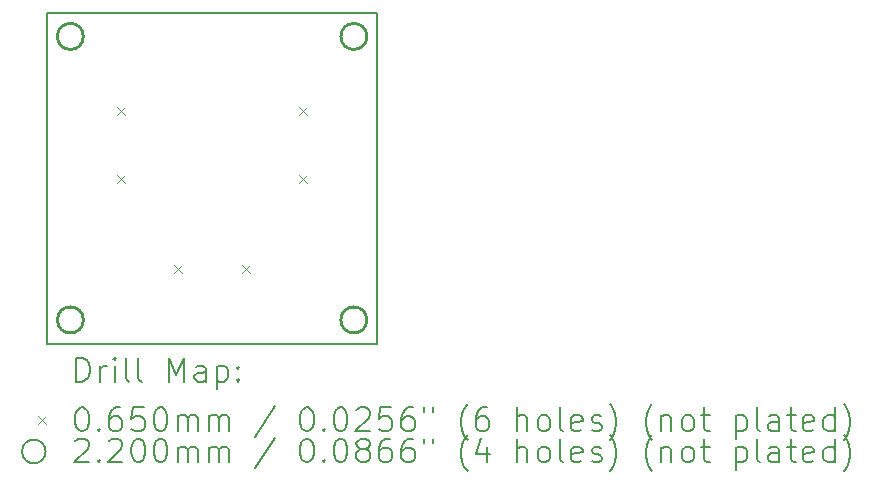
<source format=gbr>
%TF.GenerationSoftware,KiCad,Pcbnew,8.0.7*%
%TF.CreationDate,2024-12-28T17:49:15+01:00*%
%TF.ProjectId,usb-c-power-meter,7573622d-632d-4706-9f77-65722d6d6574,rev?*%
%TF.SameCoordinates,Original*%
%TF.FileFunction,Drillmap*%
%TF.FilePolarity,Positive*%
%FSLAX45Y45*%
G04 Gerber Fmt 4.5, Leading zero omitted, Abs format (unit mm)*
G04 Created by KiCad (PCBNEW 8.0.7) date 2024-12-28 17:49:15*
%MOMM*%
%LPD*%
G01*
G04 APERTURE LIST*
%ADD10C,0.200000*%
%ADD11C,0.100000*%
%ADD12C,0.220000*%
G04 APERTURE END LIST*
D10*
X14020000Y-9620000D02*
X16820000Y-9620000D01*
X16820000Y-12420000D01*
X14020000Y-12420000D01*
X14020000Y-9620000D01*
D11*
X14618000Y-10418500D02*
X14683000Y-10483500D01*
X14683000Y-10418500D02*
X14618000Y-10483500D01*
X14618000Y-10996500D02*
X14683000Y-11061500D01*
X14683000Y-10996500D02*
X14618000Y-11061500D01*
X15098500Y-11757000D02*
X15163500Y-11822000D01*
X15163500Y-11757000D02*
X15098500Y-11822000D01*
X15676500Y-11757000D02*
X15741500Y-11822000D01*
X15741500Y-11757000D02*
X15676500Y-11822000D01*
X16154500Y-10418500D02*
X16219500Y-10483500D01*
X16219500Y-10418500D02*
X16154500Y-10483500D01*
X16154500Y-10996500D02*
X16219500Y-11061500D01*
X16219500Y-10996500D02*
X16154500Y-11061500D01*
D12*
X14330000Y-9820000D02*
G75*
G02*
X14110000Y-9820000I-110000J0D01*
G01*
X14110000Y-9820000D02*
G75*
G02*
X14330000Y-9820000I110000J0D01*
G01*
X14330000Y-12220000D02*
G75*
G02*
X14110000Y-12220000I-110000J0D01*
G01*
X14110000Y-12220000D02*
G75*
G02*
X14330000Y-12220000I110000J0D01*
G01*
X16730000Y-9820000D02*
G75*
G02*
X16510000Y-9820000I-110000J0D01*
G01*
X16510000Y-9820000D02*
G75*
G02*
X16730000Y-9820000I110000J0D01*
G01*
X16730000Y-12220000D02*
G75*
G02*
X16510000Y-12220000I-110000J0D01*
G01*
X16510000Y-12220000D02*
G75*
G02*
X16730000Y-12220000I110000J0D01*
G01*
D10*
X14270777Y-12741484D02*
X14270777Y-12541484D01*
X14270777Y-12541484D02*
X14318396Y-12541484D01*
X14318396Y-12541484D02*
X14346967Y-12551008D01*
X14346967Y-12551008D02*
X14366015Y-12570055D01*
X14366015Y-12570055D02*
X14375539Y-12589103D01*
X14375539Y-12589103D02*
X14385062Y-12627198D01*
X14385062Y-12627198D02*
X14385062Y-12655769D01*
X14385062Y-12655769D02*
X14375539Y-12693865D01*
X14375539Y-12693865D02*
X14366015Y-12712912D01*
X14366015Y-12712912D02*
X14346967Y-12731960D01*
X14346967Y-12731960D02*
X14318396Y-12741484D01*
X14318396Y-12741484D02*
X14270777Y-12741484D01*
X14470777Y-12741484D02*
X14470777Y-12608150D01*
X14470777Y-12646246D02*
X14480301Y-12627198D01*
X14480301Y-12627198D02*
X14489824Y-12617674D01*
X14489824Y-12617674D02*
X14508872Y-12608150D01*
X14508872Y-12608150D02*
X14527920Y-12608150D01*
X14594586Y-12741484D02*
X14594586Y-12608150D01*
X14594586Y-12541484D02*
X14585062Y-12551008D01*
X14585062Y-12551008D02*
X14594586Y-12560531D01*
X14594586Y-12560531D02*
X14604110Y-12551008D01*
X14604110Y-12551008D02*
X14594586Y-12541484D01*
X14594586Y-12541484D02*
X14594586Y-12560531D01*
X14718396Y-12741484D02*
X14699348Y-12731960D01*
X14699348Y-12731960D02*
X14689824Y-12712912D01*
X14689824Y-12712912D02*
X14689824Y-12541484D01*
X14823158Y-12741484D02*
X14804110Y-12731960D01*
X14804110Y-12731960D02*
X14794586Y-12712912D01*
X14794586Y-12712912D02*
X14794586Y-12541484D01*
X15051729Y-12741484D02*
X15051729Y-12541484D01*
X15051729Y-12541484D02*
X15118396Y-12684341D01*
X15118396Y-12684341D02*
X15185062Y-12541484D01*
X15185062Y-12541484D02*
X15185062Y-12741484D01*
X15366015Y-12741484D02*
X15366015Y-12636722D01*
X15366015Y-12636722D02*
X15356491Y-12617674D01*
X15356491Y-12617674D02*
X15337443Y-12608150D01*
X15337443Y-12608150D02*
X15299348Y-12608150D01*
X15299348Y-12608150D02*
X15280301Y-12617674D01*
X15366015Y-12731960D02*
X15346967Y-12741484D01*
X15346967Y-12741484D02*
X15299348Y-12741484D01*
X15299348Y-12741484D02*
X15280301Y-12731960D01*
X15280301Y-12731960D02*
X15270777Y-12712912D01*
X15270777Y-12712912D02*
X15270777Y-12693865D01*
X15270777Y-12693865D02*
X15280301Y-12674817D01*
X15280301Y-12674817D02*
X15299348Y-12665293D01*
X15299348Y-12665293D02*
X15346967Y-12665293D01*
X15346967Y-12665293D02*
X15366015Y-12655769D01*
X15461253Y-12608150D02*
X15461253Y-12808150D01*
X15461253Y-12617674D02*
X15480301Y-12608150D01*
X15480301Y-12608150D02*
X15518396Y-12608150D01*
X15518396Y-12608150D02*
X15537443Y-12617674D01*
X15537443Y-12617674D02*
X15546967Y-12627198D01*
X15546967Y-12627198D02*
X15556491Y-12646246D01*
X15556491Y-12646246D02*
X15556491Y-12703388D01*
X15556491Y-12703388D02*
X15546967Y-12722436D01*
X15546967Y-12722436D02*
X15537443Y-12731960D01*
X15537443Y-12731960D02*
X15518396Y-12741484D01*
X15518396Y-12741484D02*
X15480301Y-12741484D01*
X15480301Y-12741484D02*
X15461253Y-12731960D01*
X15642205Y-12722436D02*
X15651729Y-12731960D01*
X15651729Y-12731960D02*
X15642205Y-12741484D01*
X15642205Y-12741484D02*
X15632682Y-12731960D01*
X15632682Y-12731960D02*
X15642205Y-12722436D01*
X15642205Y-12722436D02*
X15642205Y-12741484D01*
X15642205Y-12617674D02*
X15651729Y-12627198D01*
X15651729Y-12627198D02*
X15642205Y-12636722D01*
X15642205Y-12636722D02*
X15632682Y-12627198D01*
X15632682Y-12627198D02*
X15642205Y-12617674D01*
X15642205Y-12617674D02*
X15642205Y-12636722D01*
D11*
X13945000Y-13037500D02*
X14010000Y-13102500D01*
X14010000Y-13037500D02*
X13945000Y-13102500D01*
D10*
X14308872Y-12961484D02*
X14327920Y-12961484D01*
X14327920Y-12961484D02*
X14346967Y-12971008D01*
X14346967Y-12971008D02*
X14356491Y-12980531D01*
X14356491Y-12980531D02*
X14366015Y-12999579D01*
X14366015Y-12999579D02*
X14375539Y-13037674D01*
X14375539Y-13037674D02*
X14375539Y-13085293D01*
X14375539Y-13085293D02*
X14366015Y-13123388D01*
X14366015Y-13123388D02*
X14356491Y-13142436D01*
X14356491Y-13142436D02*
X14346967Y-13151960D01*
X14346967Y-13151960D02*
X14327920Y-13161484D01*
X14327920Y-13161484D02*
X14308872Y-13161484D01*
X14308872Y-13161484D02*
X14289824Y-13151960D01*
X14289824Y-13151960D02*
X14280301Y-13142436D01*
X14280301Y-13142436D02*
X14270777Y-13123388D01*
X14270777Y-13123388D02*
X14261253Y-13085293D01*
X14261253Y-13085293D02*
X14261253Y-13037674D01*
X14261253Y-13037674D02*
X14270777Y-12999579D01*
X14270777Y-12999579D02*
X14280301Y-12980531D01*
X14280301Y-12980531D02*
X14289824Y-12971008D01*
X14289824Y-12971008D02*
X14308872Y-12961484D01*
X14461253Y-13142436D02*
X14470777Y-13151960D01*
X14470777Y-13151960D02*
X14461253Y-13161484D01*
X14461253Y-13161484D02*
X14451729Y-13151960D01*
X14451729Y-13151960D02*
X14461253Y-13142436D01*
X14461253Y-13142436D02*
X14461253Y-13161484D01*
X14642205Y-12961484D02*
X14604110Y-12961484D01*
X14604110Y-12961484D02*
X14585062Y-12971008D01*
X14585062Y-12971008D02*
X14575539Y-12980531D01*
X14575539Y-12980531D02*
X14556491Y-13009103D01*
X14556491Y-13009103D02*
X14546967Y-13047198D01*
X14546967Y-13047198D02*
X14546967Y-13123388D01*
X14546967Y-13123388D02*
X14556491Y-13142436D01*
X14556491Y-13142436D02*
X14566015Y-13151960D01*
X14566015Y-13151960D02*
X14585062Y-13161484D01*
X14585062Y-13161484D02*
X14623158Y-13161484D01*
X14623158Y-13161484D02*
X14642205Y-13151960D01*
X14642205Y-13151960D02*
X14651729Y-13142436D01*
X14651729Y-13142436D02*
X14661253Y-13123388D01*
X14661253Y-13123388D02*
X14661253Y-13075769D01*
X14661253Y-13075769D02*
X14651729Y-13056722D01*
X14651729Y-13056722D02*
X14642205Y-13047198D01*
X14642205Y-13047198D02*
X14623158Y-13037674D01*
X14623158Y-13037674D02*
X14585062Y-13037674D01*
X14585062Y-13037674D02*
X14566015Y-13047198D01*
X14566015Y-13047198D02*
X14556491Y-13056722D01*
X14556491Y-13056722D02*
X14546967Y-13075769D01*
X14842205Y-12961484D02*
X14746967Y-12961484D01*
X14746967Y-12961484D02*
X14737443Y-13056722D01*
X14737443Y-13056722D02*
X14746967Y-13047198D01*
X14746967Y-13047198D02*
X14766015Y-13037674D01*
X14766015Y-13037674D02*
X14813634Y-13037674D01*
X14813634Y-13037674D02*
X14832682Y-13047198D01*
X14832682Y-13047198D02*
X14842205Y-13056722D01*
X14842205Y-13056722D02*
X14851729Y-13075769D01*
X14851729Y-13075769D02*
X14851729Y-13123388D01*
X14851729Y-13123388D02*
X14842205Y-13142436D01*
X14842205Y-13142436D02*
X14832682Y-13151960D01*
X14832682Y-13151960D02*
X14813634Y-13161484D01*
X14813634Y-13161484D02*
X14766015Y-13161484D01*
X14766015Y-13161484D02*
X14746967Y-13151960D01*
X14746967Y-13151960D02*
X14737443Y-13142436D01*
X14975539Y-12961484D02*
X14994586Y-12961484D01*
X14994586Y-12961484D02*
X15013634Y-12971008D01*
X15013634Y-12971008D02*
X15023158Y-12980531D01*
X15023158Y-12980531D02*
X15032682Y-12999579D01*
X15032682Y-12999579D02*
X15042205Y-13037674D01*
X15042205Y-13037674D02*
X15042205Y-13085293D01*
X15042205Y-13085293D02*
X15032682Y-13123388D01*
X15032682Y-13123388D02*
X15023158Y-13142436D01*
X15023158Y-13142436D02*
X15013634Y-13151960D01*
X15013634Y-13151960D02*
X14994586Y-13161484D01*
X14994586Y-13161484D02*
X14975539Y-13161484D01*
X14975539Y-13161484D02*
X14956491Y-13151960D01*
X14956491Y-13151960D02*
X14946967Y-13142436D01*
X14946967Y-13142436D02*
X14937443Y-13123388D01*
X14937443Y-13123388D02*
X14927920Y-13085293D01*
X14927920Y-13085293D02*
X14927920Y-13037674D01*
X14927920Y-13037674D02*
X14937443Y-12999579D01*
X14937443Y-12999579D02*
X14946967Y-12980531D01*
X14946967Y-12980531D02*
X14956491Y-12971008D01*
X14956491Y-12971008D02*
X14975539Y-12961484D01*
X15127920Y-13161484D02*
X15127920Y-13028150D01*
X15127920Y-13047198D02*
X15137443Y-13037674D01*
X15137443Y-13037674D02*
X15156491Y-13028150D01*
X15156491Y-13028150D02*
X15185063Y-13028150D01*
X15185063Y-13028150D02*
X15204110Y-13037674D01*
X15204110Y-13037674D02*
X15213634Y-13056722D01*
X15213634Y-13056722D02*
X15213634Y-13161484D01*
X15213634Y-13056722D02*
X15223158Y-13037674D01*
X15223158Y-13037674D02*
X15242205Y-13028150D01*
X15242205Y-13028150D02*
X15270777Y-13028150D01*
X15270777Y-13028150D02*
X15289824Y-13037674D01*
X15289824Y-13037674D02*
X15299348Y-13056722D01*
X15299348Y-13056722D02*
X15299348Y-13161484D01*
X15394586Y-13161484D02*
X15394586Y-13028150D01*
X15394586Y-13047198D02*
X15404110Y-13037674D01*
X15404110Y-13037674D02*
X15423158Y-13028150D01*
X15423158Y-13028150D02*
X15451729Y-13028150D01*
X15451729Y-13028150D02*
X15470777Y-13037674D01*
X15470777Y-13037674D02*
X15480301Y-13056722D01*
X15480301Y-13056722D02*
X15480301Y-13161484D01*
X15480301Y-13056722D02*
X15489824Y-13037674D01*
X15489824Y-13037674D02*
X15508872Y-13028150D01*
X15508872Y-13028150D02*
X15537443Y-13028150D01*
X15537443Y-13028150D02*
X15556491Y-13037674D01*
X15556491Y-13037674D02*
X15566015Y-13056722D01*
X15566015Y-13056722D02*
X15566015Y-13161484D01*
X15956491Y-12951960D02*
X15785063Y-13209103D01*
X16213634Y-12961484D02*
X16232682Y-12961484D01*
X16232682Y-12961484D02*
X16251729Y-12971008D01*
X16251729Y-12971008D02*
X16261253Y-12980531D01*
X16261253Y-12980531D02*
X16270777Y-12999579D01*
X16270777Y-12999579D02*
X16280301Y-13037674D01*
X16280301Y-13037674D02*
X16280301Y-13085293D01*
X16280301Y-13085293D02*
X16270777Y-13123388D01*
X16270777Y-13123388D02*
X16261253Y-13142436D01*
X16261253Y-13142436D02*
X16251729Y-13151960D01*
X16251729Y-13151960D02*
X16232682Y-13161484D01*
X16232682Y-13161484D02*
X16213634Y-13161484D01*
X16213634Y-13161484D02*
X16194586Y-13151960D01*
X16194586Y-13151960D02*
X16185063Y-13142436D01*
X16185063Y-13142436D02*
X16175539Y-13123388D01*
X16175539Y-13123388D02*
X16166015Y-13085293D01*
X16166015Y-13085293D02*
X16166015Y-13037674D01*
X16166015Y-13037674D02*
X16175539Y-12999579D01*
X16175539Y-12999579D02*
X16185063Y-12980531D01*
X16185063Y-12980531D02*
X16194586Y-12971008D01*
X16194586Y-12971008D02*
X16213634Y-12961484D01*
X16366015Y-13142436D02*
X16375539Y-13151960D01*
X16375539Y-13151960D02*
X16366015Y-13161484D01*
X16366015Y-13161484D02*
X16356491Y-13151960D01*
X16356491Y-13151960D02*
X16366015Y-13142436D01*
X16366015Y-13142436D02*
X16366015Y-13161484D01*
X16499348Y-12961484D02*
X16518396Y-12961484D01*
X16518396Y-12961484D02*
X16537444Y-12971008D01*
X16537444Y-12971008D02*
X16546967Y-12980531D01*
X16546967Y-12980531D02*
X16556491Y-12999579D01*
X16556491Y-12999579D02*
X16566015Y-13037674D01*
X16566015Y-13037674D02*
X16566015Y-13085293D01*
X16566015Y-13085293D02*
X16556491Y-13123388D01*
X16556491Y-13123388D02*
X16546967Y-13142436D01*
X16546967Y-13142436D02*
X16537444Y-13151960D01*
X16537444Y-13151960D02*
X16518396Y-13161484D01*
X16518396Y-13161484D02*
X16499348Y-13161484D01*
X16499348Y-13161484D02*
X16480301Y-13151960D01*
X16480301Y-13151960D02*
X16470777Y-13142436D01*
X16470777Y-13142436D02*
X16461253Y-13123388D01*
X16461253Y-13123388D02*
X16451729Y-13085293D01*
X16451729Y-13085293D02*
X16451729Y-13037674D01*
X16451729Y-13037674D02*
X16461253Y-12999579D01*
X16461253Y-12999579D02*
X16470777Y-12980531D01*
X16470777Y-12980531D02*
X16480301Y-12971008D01*
X16480301Y-12971008D02*
X16499348Y-12961484D01*
X16642206Y-12980531D02*
X16651729Y-12971008D01*
X16651729Y-12971008D02*
X16670777Y-12961484D01*
X16670777Y-12961484D02*
X16718396Y-12961484D01*
X16718396Y-12961484D02*
X16737444Y-12971008D01*
X16737444Y-12971008D02*
X16746967Y-12980531D01*
X16746967Y-12980531D02*
X16756491Y-12999579D01*
X16756491Y-12999579D02*
X16756491Y-13018627D01*
X16756491Y-13018627D02*
X16746967Y-13047198D01*
X16746967Y-13047198D02*
X16632682Y-13161484D01*
X16632682Y-13161484D02*
X16756491Y-13161484D01*
X16937444Y-12961484D02*
X16842206Y-12961484D01*
X16842206Y-12961484D02*
X16832682Y-13056722D01*
X16832682Y-13056722D02*
X16842206Y-13047198D01*
X16842206Y-13047198D02*
X16861253Y-13037674D01*
X16861253Y-13037674D02*
X16908872Y-13037674D01*
X16908872Y-13037674D02*
X16927920Y-13047198D01*
X16927920Y-13047198D02*
X16937444Y-13056722D01*
X16937444Y-13056722D02*
X16946968Y-13075769D01*
X16946968Y-13075769D02*
X16946968Y-13123388D01*
X16946968Y-13123388D02*
X16937444Y-13142436D01*
X16937444Y-13142436D02*
X16927920Y-13151960D01*
X16927920Y-13151960D02*
X16908872Y-13161484D01*
X16908872Y-13161484D02*
X16861253Y-13161484D01*
X16861253Y-13161484D02*
X16842206Y-13151960D01*
X16842206Y-13151960D02*
X16832682Y-13142436D01*
X17118396Y-12961484D02*
X17080301Y-12961484D01*
X17080301Y-12961484D02*
X17061253Y-12971008D01*
X17061253Y-12971008D02*
X17051729Y-12980531D01*
X17051729Y-12980531D02*
X17032682Y-13009103D01*
X17032682Y-13009103D02*
X17023158Y-13047198D01*
X17023158Y-13047198D02*
X17023158Y-13123388D01*
X17023158Y-13123388D02*
X17032682Y-13142436D01*
X17032682Y-13142436D02*
X17042206Y-13151960D01*
X17042206Y-13151960D02*
X17061253Y-13161484D01*
X17061253Y-13161484D02*
X17099349Y-13161484D01*
X17099349Y-13161484D02*
X17118396Y-13151960D01*
X17118396Y-13151960D02*
X17127920Y-13142436D01*
X17127920Y-13142436D02*
X17137444Y-13123388D01*
X17137444Y-13123388D02*
X17137444Y-13075769D01*
X17137444Y-13075769D02*
X17127920Y-13056722D01*
X17127920Y-13056722D02*
X17118396Y-13047198D01*
X17118396Y-13047198D02*
X17099349Y-13037674D01*
X17099349Y-13037674D02*
X17061253Y-13037674D01*
X17061253Y-13037674D02*
X17042206Y-13047198D01*
X17042206Y-13047198D02*
X17032682Y-13056722D01*
X17032682Y-13056722D02*
X17023158Y-13075769D01*
X17213634Y-12961484D02*
X17213634Y-12999579D01*
X17289825Y-12961484D02*
X17289825Y-12999579D01*
X17585063Y-13237674D02*
X17575539Y-13228150D01*
X17575539Y-13228150D02*
X17556491Y-13199579D01*
X17556491Y-13199579D02*
X17546968Y-13180531D01*
X17546968Y-13180531D02*
X17537444Y-13151960D01*
X17537444Y-13151960D02*
X17527920Y-13104341D01*
X17527920Y-13104341D02*
X17527920Y-13066246D01*
X17527920Y-13066246D02*
X17537444Y-13018627D01*
X17537444Y-13018627D02*
X17546968Y-12990055D01*
X17546968Y-12990055D02*
X17556491Y-12971008D01*
X17556491Y-12971008D02*
X17575539Y-12942436D01*
X17575539Y-12942436D02*
X17585063Y-12932912D01*
X17746968Y-12961484D02*
X17708872Y-12961484D01*
X17708872Y-12961484D02*
X17689825Y-12971008D01*
X17689825Y-12971008D02*
X17680301Y-12980531D01*
X17680301Y-12980531D02*
X17661253Y-13009103D01*
X17661253Y-13009103D02*
X17651730Y-13047198D01*
X17651730Y-13047198D02*
X17651730Y-13123388D01*
X17651730Y-13123388D02*
X17661253Y-13142436D01*
X17661253Y-13142436D02*
X17670777Y-13151960D01*
X17670777Y-13151960D02*
X17689825Y-13161484D01*
X17689825Y-13161484D02*
X17727920Y-13161484D01*
X17727920Y-13161484D02*
X17746968Y-13151960D01*
X17746968Y-13151960D02*
X17756491Y-13142436D01*
X17756491Y-13142436D02*
X17766015Y-13123388D01*
X17766015Y-13123388D02*
X17766015Y-13075769D01*
X17766015Y-13075769D02*
X17756491Y-13056722D01*
X17756491Y-13056722D02*
X17746968Y-13047198D01*
X17746968Y-13047198D02*
X17727920Y-13037674D01*
X17727920Y-13037674D02*
X17689825Y-13037674D01*
X17689825Y-13037674D02*
X17670777Y-13047198D01*
X17670777Y-13047198D02*
X17661253Y-13056722D01*
X17661253Y-13056722D02*
X17651730Y-13075769D01*
X18004111Y-13161484D02*
X18004111Y-12961484D01*
X18089825Y-13161484D02*
X18089825Y-13056722D01*
X18089825Y-13056722D02*
X18080301Y-13037674D01*
X18080301Y-13037674D02*
X18061253Y-13028150D01*
X18061253Y-13028150D02*
X18032682Y-13028150D01*
X18032682Y-13028150D02*
X18013634Y-13037674D01*
X18013634Y-13037674D02*
X18004111Y-13047198D01*
X18213634Y-13161484D02*
X18194587Y-13151960D01*
X18194587Y-13151960D02*
X18185063Y-13142436D01*
X18185063Y-13142436D02*
X18175539Y-13123388D01*
X18175539Y-13123388D02*
X18175539Y-13066246D01*
X18175539Y-13066246D02*
X18185063Y-13047198D01*
X18185063Y-13047198D02*
X18194587Y-13037674D01*
X18194587Y-13037674D02*
X18213634Y-13028150D01*
X18213634Y-13028150D02*
X18242206Y-13028150D01*
X18242206Y-13028150D02*
X18261253Y-13037674D01*
X18261253Y-13037674D02*
X18270777Y-13047198D01*
X18270777Y-13047198D02*
X18280301Y-13066246D01*
X18280301Y-13066246D02*
X18280301Y-13123388D01*
X18280301Y-13123388D02*
X18270777Y-13142436D01*
X18270777Y-13142436D02*
X18261253Y-13151960D01*
X18261253Y-13151960D02*
X18242206Y-13161484D01*
X18242206Y-13161484D02*
X18213634Y-13161484D01*
X18394587Y-13161484D02*
X18375539Y-13151960D01*
X18375539Y-13151960D02*
X18366015Y-13132912D01*
X18366015Y-13132912D02*
X18366015Y-12961484D01*
X18546968Y-13151960D02*
X18527920Y-13161484D01*
X18527920Y-13161484D02*
X18489825Y-13161484D01*
X18489825Y-13161484D02*
X18470777Y-13151960D01*
X18470777Y-13151960D02*
X18461253Y-13132912D01*
X18461253Y-13132912D02*
X18461253Y-13056722D01*
X18461253Y-13056722D02*
X18470777Y-13037674D01*
X18470777Y-13037674D02*
X18489825Y-13028150D01*
X18489825Y-13028150D02*
X18527920Y-13028150D01*
X18527920Y-13028150D02*
X18546968Y-13037674D01*
X18546968Y-13037674D02*
X18556492Y-13056722D01*
X18556492Y-13056722D02*
X18556492Y-13075769D01*
X18556492Y-13075769D02*
X18461253Y-13094817D01*
X18632682Y-13151960D02*
X18651730Y-13161484D01*
X18651730Y-13161484D02*
X18689825Y-13161484D01*
X18689825Y-13161484D02*
X18708873Y-13151960D01*
X18708873Y-13151960D02*
X18718396Y-13132912D01*
X18718396Y-13132912D02*
X18718396Y-13123388D01*
X18718396Y-13123388D02*
X18708873Y-13104341D01*
X18708873Y-13104341D02*
X18689825Y-13094817D01*
X18689825Y-13094817D02*
X18661253Y-13094817D01*
X18661253Y-13094817D02*
X18642206Y-13085293D01*
X18642206Y-13085293D02*
X18632682Y-13066246D01*
X18632682Y-13066246D02*
X18632682Y-13056722D01*
X18632682Y-13056722D02*
X18642206Y-13037674D01*
X18642206Y-13037674D02*
X18661253Y-13028150D01*
X18661253Y-13028150D02*
X18689825Y-13028150D01*
X18689825Y-13028150D02*
X18708873Y-13037674D01*
X18785063Y-13237674D02*
X18794587Y-13228150D01*
X18794587Y-13228150D02*
X18813634Y-13199579D01*
X18813634Y-13199579D02*
X18823158Y-13180531D01*
X18823158Y-13180531D02*
X18832682Y-13151960D01*
X18832682Y-13151960D02*
X18842206Y-13104341D01*
X18842206Y-13104341D02*
X18842206Y-13066246D01*
X18842206Y-13066246D02*
X18832682Y-13018627D01*
X18832682Y-13018627D02*
X18823158Y-12990055D01*
X18823158Y-12990055D02*
X18813634Y-12971008D01*
X18813634Y-12971008D02*
X18794587Y-12942436D01*
X18794587Y-12942436D02*
X18785063Y-12932912D01*
X19146968Y-13237674D02*
X19137444Y-13228150D01*
X19137444Y-13228150D02*
X19118396Y-13199579D01*
X19118396Y-13199579D02*
X19108873Y-13180531D01*
X19108873Y-13180531D02*
X19099349Y-13151960D01*
X19099349Y-13151960D02*
X19089825Y-13104341D01*
X19089825Y-13104341D02*
X19089825Y-13066246D01*
X19089825Y-13066246D02*
X19099349Y-13018627D01*
X19099349Y-13018627D02*
X19108873Y-12990055D01*
X19108873Y-12990055D02*
X19118396Y-12971008D01*
X19118396Y-12971008D02*
X19137444Y-12942436D01*
X19137444Y-12942436D02*
X19146968Y-12932912D01*
X19223158Y-13028150D02*
X19223158Y-13161484D01*
X19223158Y-13047198D02*
X19232682Y-13037674D01*
X19232682Y-13037674D02*
X19251730Y-13028150D01*
X19251730Y-13028150D02*
X19280301Y-13028150D01*
X19280301Y-13028150D02*
X19299349Y-13037674D01*
X19299349Y-13037674D02*
X19308873Y-13056722D01*
X19308873Y-13056722D02*
X19308873Y-13161484D01*
X19432682Y-13161484D02*
X19413634Y-13151960D01*
X19413634Y-13151960D02*
X19404111Y-13142436D01*
X19404111Y-13142436D02*
X19394587Y-13123388D01*
X19394587Y-13123388D02*
X19394587Y-13066246D01*
X19394587Y-13066246D02*
X19404111Y-13047198D01*
X19404111Y-13047198D02*
X19413634Y-13037674D01*
X19413634Y-13037674D02*
X19432682Y-13028150D01*
X19432682Y-13028150D02*
X19461254Y-13028150D01*
X19461254Y-13028150D02*
X19480301Y-13037674D01*
X19480301Y-13037674D02*
X19489825Y-13047198D01*
X19489825Y-13047198D02*
X19499349Y-13066246D01*
X19499349Y-13066246D02*
X19499349Y-13123388D01*
X19499349Y-13123388D02*
X19489825Y-13142436D01*
X19489825Y-13142436D02*
X19480301Y-13151960D01*
X19480301Y-13151960D02*
X19461254Y-13161484D01*
X19461254Y-13161484D02*
X19432682Y-13161484D01*
X19556492Y-13028150D02*
X19632682Y-13028150D01*
X19585063Y-12961484D02*
X19585063Y-13132912D01*
X19585063Y-13132912D02*
X19594587Y-13151960D01*
X19594587Y-13151960D02*
X19613634Y-13161484D01*
X19613634Y-13161484D02*
X19632682Y-13161484D01*
X19851730Y-13028150D02*
X19851730Y-13228150D01*
X19851730Y-13037674D02*
X19870777Y-13028150D01*
X19870777Y-13028150D02*
X19908873Y-13028150D01*
X19908873Y-13028150D02*
X19927920Y-13037674D01*
X19927920Y-13037674D02*
X19937444Y-13047198D01*
X19937444Y-13047198D02*
X19946968Y-13066246D01*
X19946968Y-13066246D02*
X19946968Y-13123388D01*
X19946968Y-13123388D02*
X19937444Y-13142436D01*
X19937444Y-13142436D02*
X19927920Y-13151960D01*
X19927920Y-13151960D02*
X19908873Y-13161484D01*
X19908873Y-13161484D02*
X19870777Y-13161484D01*
X19870777Y-13161484D02*
X19851730Y-13151960D01*
X20061254Y-13161484D02*
X20042206Y-13151960D01*
X20042206Y-13151960D02*
X20032682Y-13132912D01*
X20032682Y-13132912D02*
X20032682Y-12961484D01*
X20223158Y-13161484D02*
X20223158Y-13056722D01*
X20223158Y-13056722D02*
X20213635Y-13037674D01*
X20213635Y-13037674D02*
X20194587Y-13028150D01*
X20194587Y-13028150D02*
X20156492Y-13028150D01*
X20156492Y-13028150D02*
X20137444Y-13037674D01*
X20223158Y-13151960D02*
X20204111Y-13161484D01*
X20204111Y-13161484D02*
X20156492Y-13161484D01*
X20156492Y-13161484D02*
X20137444Y-13151960D01*
X20137444Y-13151960D02*
X20127920Y-13132912D01*
X20127920Y-13132912D02*
X20127920Y-13113865D01*
X20127920Y-13113865D02*
X20137444Y-13094817D01*
X20137444Y-13094817D02*
X20156492Y-13085293D01*
X20156492Y-13085293D02*
X20204111Y-13085293D01*
X20204111Y-13085293D02*
X20223158Y-13075769D01*
X20289825Y-13028150D02*
X20366015Y-13028150D01*
X20318396Y-12961484D02*
X20318396Y-13132912D01*
X20318396Y-13132912D02*
X20327920Y-13151960D01*
X20327920Y-13151960D02*
X20346968Y-13161484D01*
X20346968Y-13161484D02*
X20366015Y-13161484D01*
X20508873Y-13151960D02*
X20489825Y-13161484D01*
X20489825Y-13161484D02*
X20451730Y-13161484D01*
X20451730Y-13161484D02*
X20432682Y-13151960D01*
X20432682Y-13151960D02*
X20423158Y-13132912D01*
X20423158Y-13132912D02*
X20423158Y-13056722D01*
X20423158Y-13056722D02*
X20432682Y-13037674D01*
X20432682Y-13037674D02*
X20451730Y-13028150D01*
X20451730Y-13028150D02*
X20489825Y-13028150D01*
X20489825Y-13028150D02*
X20508873Y-13037674D01*
X20508873Y-13037674D02*
X20518396Y-13056722D01*
X20518396Y-13056722D02*
X20518396Y-13075769D01*
X20518396Y-13075769D02*
X20423158Y-13094817D01*
X20689825Y-13161484D02*
X20689825Y-12961484D01*
X20689825Y-13151960D02*
X20670777Y-13161484D01*
X20670777Y-13161484D02*
X20632682Y-13161484D01*
X20632682Y-13161484D02*
X20613635Y-13151960D01*
X20613635Y-13151960D02*
X20604111Y-13142436D01*
X20604111Y-13142436D02*
X20594587Y-13123388D01*
X20594587Y-13123388D02*
X20594587Y-13066246D01*
X20594587Y-13066246D02*
X20604111Y-13047198D01*
X20604111Y-13047198D02*
X20613635Y-13037674D01*
X20613635Y-13037674D02*
X20632682Y-13028150D01*
X20632682Y-13028150D02*
X20670777Y-13028150D01*
X20670777Y-13028150D02*
X20689825Y-13037674D01*
X20766016Y-13237674D02*
X20775539Y-13228150D01*
X20775539Y-13228150D02*
X20794587Y-13199579D01*
X20794587Y-13199579D02*
X20804111Y-13180531D01*
X20804111Y-13180531D02*
X20813635Y-13151960D01*
X20813635Y-13151960D02*
X20823158Y-13104341D01*
X20823158Y-13104341D02*
X20823158Y-13066246D01*
X20823158Y-13066246D02*
X20813635Y-13018627D01*
X20813635Y-13018627D02*
X20804111Y-12990055D01*
X20804111Y-12990055D02*
X20794587Y-12971008D01*
X20794587Y-12971008D02*
X20775539Y-12942436D01*
X20775539Y-12942436D02*
X20766016Y-12932912D01*
X14010000Y-13334000D02*
G75*
G02*
X13810000Y-13334000I-100000J0D01*
G01*
X13810000Y-13334000D02*
G75*
G02*
X14010000Y-13334000I100000J0D01*
G01*
X14261253Y-13244531D02*
X14270777Y-13235008D01*
X14270777Y-13235008D02*
X14289824Y-13225484D01*
X14289824Y-13225484D02*
X14337443Y-13225484D01*
X14337443Y-13225484D02*
X14356491Y-13235008D01*
X14356491Y-13235008D02*
X14366015Y-13244531D01*
X14366015Y-13244531D02*
X14375539Y-13263579D01*
X14375539Y-13263579D02*
X14375539Y-13282627D01*
X14375539Y-13282627D02*
X14366015Y-13311198D01*
X14366015Y-13311198D02*
X14251729Y-13425484D01*
X14251729Y-13425484D02*
X14375539Y-13425484D01*
X14461253Y-13406436D02*
X14470777Y-13415960D01*
X14470777Y-13415960D02*
X14461253Y-13425484D01*
X14461253Y-13425484D02*
X14451729Y-13415960D01*
X14451729Y-13415960D02*
X14461253Y-13406436D01*
X14461253Y-13406436D02*
X14461253Y-13425484D01*
X14546967Y-13244531D02*
X14556491Y-13235008D01*
X14556491Y-13235008D02*
X14575539Y-13225484D01*
X14575539Y-13225484D02*
X14623158Y-13225484D01*
X14623158Y-13225484D02*
X14642205Y-13235008D01*
X14642205Y-13235008D02*
X14651729Y-13244531D01*
X14651729Y-13244531D02*
X14661253Y-13263579D01*
X14661253Y-13263579D02*
X14661253Y-13282627D01*
X14661253Y-13282627D02*
X14651729Y-13311198D01*
X14651729Y-13311198D02*
X14537443Y-13425484D01*
X14537443Y-13425484D02*
X14661253Y-13425484D01*
X14785062Y-13225484D02*
X14804110Y-13225484D01*
X14804110Y-13225484D02*
X14823158Y-13235008D01*
X14823158Y-13235008D02*
X14832682Y-13244531D01*
X14832682Y-13244531D02*
X14842205Y-13263579D01*
X14842205Y-13263579D02*
X14851729Y-13301674D01*
X14851729Y-13301674D02*
X14851729Y-13349293D01*
X14851729Y-13349293D02*
X14842205Y-13387388D01*
X14842205Y-13387388D02*
X14832682Y-13406436D01*
X14832682Y-13406436D02*
X14823158Y-13415960D01*
X14823158Y-13415960D02*
X14804110Y-13425484D01*
X14804110Y-13425484D02*
X14785062Y-13425484D01*
X14785062Y-13425484D02*
X14766015Y-13415960D01*
X14766015Y-13415960D02*
X14756491Y-13406436D01*
X14756491Y-13406436D02*
X14746967Y-13387388D01*
X14746967Y-13387388D02*
X14737443Y-13349293D01*
X14737443Y-13349293D02*
X14737443Y-13301674D01*
X14737443Y-13301674D02*
X14746967Y-13263579D01*
X14746967Y-13263579D02*
X14756491Y-13244531D01*
X14756491Y-13244531D02*
X14766015Y-13235008D01*
X14766015Y-13235008D02*
X14785062Y-13225484D01*
X14975539Y-13225484D02*
X14994586Y-13225484D01*
X14994586Y-13225484D02*
X15013634Y-13235008D01*
X15013634Y-13235008D02*
X15023158Y-13244531D01*
X15023158Y-13244531D02*
X15032682Y-13263579D01*
X15032682Y-13263579D02*
X15042205Y-13301674D01*
X15042205Y-13301674D02*
X15042205Y-13349293D01*
X15042205Y-13349293D02*
X15032682Y-13387388D01*
X15032682Y-13387388D02*
X15023158Y-13406436D01*
X15023158Y-13406436D02*
X15013634Y-13415960D01*
X15013634Y-13415960D02*
X14994586Y-13425484D01*
X14994586Y-13425484D02*
X14975539Y-13425484D01*
X14975539Y-13425484D02*
X14956491Y-13415960D01*
X14956491Y-13415960D02*
X14946967Y-13406436D01*
X14946967Y-13406436D02*
X14937443Y-13387388D01*
X14937443Y-13387388D02*
X14927920Y-13349293D01*
X14927920Y-13349293D02*
X14927920Y-13301674D01*
X14927920Y-13301674D02*
X14937443Y-13263579D01*
X14937443Y-13263579D02*
X14946967Y-13244531D01*
X14946967Y-13244531D02*
X14956491Y-13235008D01*
X14956491Y-13235008D02*
X14975539Y-13225484D01*
X15127920Y-13425484D02*
X15127920Y-13292150D01*
X15127920Y-13311198D02*
X15137443Y-13301674D01*
X15137443Y-13301674D02*
X15156491Y-13292150D01*
X15156491Y-13292150D02*
X15185063Y-13292150D01*
X15185063Y-13292150D02*
X15204110Y-13301674D01*
X15204110Y-13301674D02*
X15213634Y-13320722D01*
X15213634Y-13320722D02*
X15213634Y-13425484D01*
X15213634Y-13320722D02*
X15223158Y-13301674D01*
X15223158Y-13301674D02*
X15242205Y-13292150D01*
X15242205Y-13292150D02*
X15270777Y-13292150D01*
X15270777Y-13292150D02*
X15289824Y-13301674D01*
X15289824Y-13301674D02*
X15299348Y-13320722D01*
X15299348Y-13320722D02*
X15299348Y-13425484D01*
X15394586Y-13425484D02*
X15394586Y-13292150D01*
X15394586Y-13311198D02*
X15404110Y-13301674D01*
X15404110Y-13301674D02*
X15423158Y-13292150D01*
X15423158Y-13292150D02*
X15451729Y-13292150D01*
X15451729Y-13292150D02*
X15470777Y-13301674D01*
X15470777Y-13301674D02*
X15480301Y-13320722D01*
X15480301Y-13320722D02*
X15480301Y-13425484D01*
X15480301Y-13320722D02*
X15489824Y-13301674D01*
X15489824Y-13301674D02*
X15508872Y-13292150D01*
X15508872Y-13292150D02*
X15537443Y-13292150D01*
X15537443Y-13292150D02*
X15556491Y-13301674D01*
X15556491Y-13301674D02*
X15566015Y-13320722D01*
X15566015Y-13320722D02*
X15566015Y-13425484D01*
X15956491Y-13215960D02*
X15785063Y-13473103D01*
X16213634Y-13225484D02*
X16232682Y-13225484D01*
X16232682Y-13225484D02*
X16251729Y-13235008D01*
X16251729Y-13235008D02*
X16261253Y-13244531D01*
X16261253Y-13244531D02*
X16270777Y-13263579D01*
X16270777Y-13263579D02*
X16280301Y-13301674D01*
X16280301Y-13301674D02*
X16280301Y-13349293D01*
X16280301Y-13349293D02*
X16270777Y-13387388D01*
X16270777Y-13387388D02*
X16261253Y-13406436D01*
X16261253Y-13406436D02*
X16251729Y-13415960D01*
X16251729Y-13415960D02*
X16232682Y-13425484D01*
X16232682Y-13425484D02*
X16213634Y-13425484D01*
X16213634Y-13425484D02*
X16194586Y-13415960D01*
X16194586Y-13415960D02*
X16185063Y-13406436D01*
X16185063Y-13406436D02*
X16175539Y-13387388D01*
X16175539Y-13387388D02*
X16166015Y-13349293D01*
X16166015Y-13349293D02*
X16166015Y-13301674D01*
X16166015Y-13301674D02*
X16175539Y-13263579D01*
X16175539Y-13263579D02*
X16185063Y-13244531D01*
X16185063Y-13244531D02*
X16194586Y-13235008D01*
X16194586Y-13235008D02*
X16213634Y-13225484D01*
X16366015Y-13406436D02*
X16375539Y-13415960D01*
X16375539Y-13415960D02*
X16366015Y-13425484D01*
X16366015Y-13425484D02*
X16356491Y-13415960D01*
X16356491Y-13415960D02*
X16366015Y-13406436D01*
X16366015Y-13406436D02*
X16366015Y-13425484D01*
X16499348Y-13225484D02*
X16518396Y-13225484D01*
X16518396Y-13225484D02*
X16537444Y-13235008D01*
X16537444Y-13235008D02*
X16546967Y-13244531D01*
X16546967Y-13244531D02*
X16556491Y-13263579D01*
X16556491Y-13263579D02*
X16566015Y-13301674D01*
X16566015Y-13301674D02*
X16566015Y-13349293D01*
X16566015Y-13349293D02*
X16556491Y-13387388D01*
X16556491Y-13387388D02*
X16546967Y-13406436D01*
X16546967Y-13406436D02*
X16537444Y-13415960D01*
X16537444Y-13415960D02*
X16518396Y-13425484D01*
X16518396Y-13425484D02*
X16499348Y-13425484D01*
X16499348Y-13425484D02*
X16480301Y-13415960D01*
X16480301Y-13415960D02*
X16470777Y-13406436D01*
X16470777Y-13406436D02*
X16461253Y-13387388D01*
X16461253Y-13387388D02*
X16451729Y-13349293D01*
X16451729Y-13349293D02*
X16451729Y-13301674D01*
X16451729Y-13301674D02*
X16461253Y-13263579D01*
X16461253Y-13263579D02*
X16470777Y-13244531D01*
X16470777Y-13244531D02*
X16480301Y-13235008D01*
X16480301Y-13235008D02*
X16499348Y-13225484D01*
X16680301Y-13311198D02*
X16661253Y-13301674D01*
X16661253Y-13301674D02*
X16651729Y-13292150D01*
X16651729Y-13292150D02*
X16642206Y-13273103D01*
X16642206Y-13273103D02*
X16642206Y-13263579D01*
X16642206Y-13263579D02*
X16651729Y-13244531D01*
X16651729Y-13244531D02*
X16661253Y-13235008D01*
X16661253Y-13235008D02*
X16680301Y-13225484D01*
X16680301Y-13225484D02*
X16718396Y-13225484D01*
X16718396Y-13225484D02*
X16737444Y-13235008D01*
X16737444Y-13235008D02*
X16746967Y-13244531D01*
X16746967Y-13244531D02*
X16756491Y-13263579D01*
X16756491Y-13263579D02*
X16756491Y-13273103D01*
X16756491Y-13273103D02*
X16746967Y-13292150D01*
X16746967Y-13292150D02*
X16737444Y-13301674D01*
X16737444Y-13301674D02*
X16718396Y-13311198D01*
X16718396Y-13311198D02*
X16680301Y-13311198D01*
X16680301Y-13311198D02*
X16661253Y-13320722D01*
X16661253Y-13320722D02*
X16651729Y-13330246D01*
X16651729Y-13330246D02*
X16642206Y-13349293D01*
X16642206Y-13349293D02*
X16642206Y-13387388D01*
X16642206Y-13387388D02*
X16651729Y-13406436D01*
X16651729Y-13406436D02*
X16661253Y-13415960D01*
X16661253Y-13415960D02*
X16680301Y-13425484D01*
X16680301Y-13425484D02*
X16718396Y-13425484D01*
X16718396Y-13425484D02*
X16737444Y-13415960D01*
X16737444Y-13415960D02*
X16746967Y-13406436D01*
X16746967Y-13406436D02*
X16756491Y-13387388D01*
X16756491Y-13387388D02*
X16756491Y-13349293D01*
X16756491Y-13349293D02*
X16746967Y-13330246D01*
X16746967Y-13330246D02*
X16737444Y-13320722D01*
X16737444Y-13320722D02*
X16718396Y-13311198D01*
X16927920Y-13225484D02*
X16889825Y-13225484D01*
X16889825Y-13225484D02*
X16870777Y-13235008D01*
X16870777Y-13235008D02*
X16861253Y-13244531D01*
X16861253Y-13244531D02*
X16842206Y-13273103D01*
X16842206Y-13273103D02*
X16832682Y-13311198D01*
X16832682Y-13311198D02*
X16832682Y-13387388D01*
X16832682Y-13387388D02*
X16842206Y-13406436D01*
X16842206Y-13406436D02*
X16851729Y-13415960D01*
X16851729Y-13415960D02*
X16870777Y-13425484D01*
X16870777Y-13425484D02*
X16908872Y-13425484D01*
X16908872Y-13425484D02*
X16927920Y-13415960D01*
X16927920Y-13415960D02*
X16937444Y-13406436D01*
X16937444Y-13406436D02*
X16946968Y-13387388D01*
X16946968Y-13387388D02*
X16946968Y-13339769D01*
X16946968Y-13339769D02*
X16937444Y-13320722D01*
X16937444Y-13320722D02*
X16927920Y-13311198D01*
X16927920Y-13311198D02*
X16908872Y-13301674D01*
X16908872Y-13301674D02*
X16870777Y-13301674D01*
X16870777Y-13301674D02*
X16851729Y-13311198D01*
X16851729Y-13311198D02*
X16842206Y-13320722D01*
X16842206Y-13320722D02*
X16832682Y-13339769D01*
X17118396Y-13225484D02*
X17080301Y-13225484D01*
X17080301Y-13225484D02*
X17061253Y-13235008D01*
X17061253Y-13235008D02*
X17051729Y-13244531D01*
X17051729Y-13244531D02*
X17032682Y-13273103D01*
X17032682Y-13273103D02*
X17023158Y-13311198D01*
X17023158Y-13311198D02*
X17023158Y-13387388D01*
X17023158Y-13387388D02*
X17032682Y-13406436D01*
X17032682Y-13406436D02*
X17042206Y-13415960D01*
X17042206Y-13415960D02*
X17061253Y-13425484D01*
X17061253Y-13425484D02*
X17099349Y-13425484D01*
X17099349Y-13425484D02*
X17118396Y-13415960D01*
X17118396Y-13415960D02*
X17127920Y-13406436D01*
X17127920Y-13406436D02*
X17137444Y-13387388D01*
X17137444Y-13387388D02*
X17137444Y-13339769D01*
X17137444Y-13339769D02*
X17127920Y-13320722D01*
X17127920Y-13320722D02*
X17118396Y-13311198D01*
X17118396Y-13311198D02*
X17099349Y-13301674D01*
X17099349Y-13301674D02*
X17061253Y-13301674D01*
X17061253Y-13301674D02*
X17042206Y-13311198D01*
X17042206Y-13311198D02*
X17032682Y-13320722D01*
X17032682Y-13320722D02*
X17023158Y-13339769D01*
X17213634Y-13225484D02*
X17213634Y-13263579D01*
X17289825Y-13225484D02*
X17289825Y-13263579D01*
X17585063Y-13501674D02*
X17575539Y-13492150D01*
X17575539Y-13492150D02*
X17556491Y-13463579D01*
X17556491Y-13463579D02*
X17546968Y-13444531D01*
X17546968Y-13444531D02*
X17537444Y-13415960D01*
X17537444Y-13415960D02*
X17527920Y-13368341D01*
X17527920Y-13368341D02*
X17527920Y-13330246D01*
X17527920Y-13330246D02*
X17537444Y-13282627D01*
X17537444Y-13282627D02*
X17546968Y-13254055D01*
X17546968Y-13254055D02*
X17556491Y-13235008D01*
X17556491Y-13235008D02*
X17575539Y-13206436D01*
X17575539Y-13206436D02*
X17585063Y-13196912D01*
X17746968Y-13292150D02*
X17746968Y-13425484D01*
X17699349Y-13215960D02*
X17651730Y-13358817D01*
X17651730Y-13358817D02*
X17775539Y-13358817D01*
X18004111Y-13425484D02*
X18004111Y-13225484D01*
X18089825Y-13425484D02*
X18089825Y-13320722D01*
X18089825Y-13320722D02*
X18080301Y-13301674D01*
X18080301Y-13301674D02*
X18061253Y-13292150D01*
X18061253Y-13292150D02*
X18032682Y-13292150D01*
X18032682Y-13292150D02*
X18013634Y-13301674D01*
X18013634Y-13301674D02*
X18004111Y-13311198D01*
X18213634Y-13425484D02*
X18194587Y-13415960D01*
X18194587Y-13415960D02*
X18185063Y-13406436D01*
X18185063Y-13406436D02*
X18175539Y-13387388D01*
X18175539Y-13387388D02*
X18175539Y-13330246D01*
X18175539Y-13330246D02*
X18185063Y-13311198D01*
X18185063Y-13311198D02*
X18194587Y-13301674D01*
X18194587Y-13301674D02*
X18213634Y-13292150D01*
X18213634Y-13292150D02*
X18242206Y-13292150D01*
X18242206Y-13292150D02*
X18261253Y-13301674D01*
X18261253Y-13301674D02*
X18270777Y-13311198D01*
X18270777Y-13311198D02*
X18280301Y-13330246D01*
X18280301Y-13330246D02*
X18280301Y-13387388D01*
X18280301Y-13387388D02*
X18270777Y-13406436D01*
X18270777Y-13406436D02*
X18261253Y-13415960D01*
X18261253Y-13415960D02*
X18242206Y-13425484D01*
X18242206Y-13425484D02*
X18213634Y-13425484D01*
X18394587Y-13425484D02*
X18375539Y-13415960D01*
X18375539Y-13415960D02*
X18366015Y-13396912D01*
X18366015Y-13396912D02*
X18366015Y-13225484D01*
X18546968Y-13415960D02*
X18527920Y-13425484D01*
X18527920Y-13425484D02*
X18489825Y-13425484D01*
X18489825Y-13425484D02*
X18470777Y-13415960D01*
X18470777Y-13415960D02*
X18461253Y-13396912D01*
X18461253Y-13396912D02*
X18461253Y-13320722D01*
X18461253Y-13320722D02*
X18470777Y-13301674D01*
X18470777Y-13301674D02*
X18489825Y-13292150D01*
X18489825Y-13292150D02*
X18527920Y-13292150D01*
X18527920Y-13292150D02*
X18546968Y-13301674D01*
X18546968Y-13301674D02*
X18556492Y-13320722D01*
X18556492Y-13320722D02*
X18556492Y-13339769D01*
X18556492Y-13339769D02*
X18461253Y-13358817D01*
X18632682Y-13415960D02*
X18651730Y-13425484D01*
X18651730Y-13425484D02*
X18689825Y-13425484D01*
X18689825Y-13425484D02*
X18708873Y-13415960D01*
X18708873Y-13415960D02*
X18718396Y-13396912D01*
X18718396Y-13396912D02*
X18718396Y-13387388D01*
X18718396Y-13387388D02*
X18708873Y-13368341D01*
X18708873Y-13368341D02*
X18689825Y-13358817D01*
X18689825Y-13358817D02*
X18661253Y-13358817D01*
X18661253Y-13358817D02*
X18642206Y-13349293D01*
X18642206Y-13349293D02*
X18632682Y-13330246D01*
X18632682Y-13330246D02*
X18632682Y-13320722D01*
X18632682Y-13320722D02*
X18642206Y-13301674D01*
X18642206Y-13301674D02*
X18661253Y-13292150D01*
X18661253Y-13292150D02*
X18689825Y-13292150D01*
X18689825Y-13292150D02*
X18708873Y-13301674D01*
X18785063Y-13501674D02*
X18794587Y-13492150D01*
X18794587Y-13492150D02*
X18813634Y-13463579D01*
X18813634Y-13463579D02*
X18823158Y-13444531D01*
X18823158Y-13444531D02*
X18832682Y-13415960D01*
X18832682Y-13415960D02*
X18842206Y-13368341D01*
X18842206Y-13368341D02*
X18842206Y-13330246D01*
X18842206Y-13330246D02*
X18832682Y-13282627D01*
X18832682Y-13282627D02*
X18823158Y-13254055D01*
X18823158Y-13254055D02*
X18813634Y-13235008D01*
X18813634Y-13235008D02*
X18794587Y-13206436D01*
X18794587Y-13206436D02*
X18785063Y-13196912D01*
X19146968Y-13501674D02*
X19137444Y-13492150D01*
X19137444Y-13492150D02*
X19118396Y-13463579D01*
X19118396Y-13463579D02*
X19108873Y-13444531D01*
X19108873Y-13444531D02*
X19099349Y-13415960D01*
X19099349Y-13415960D02*
X19089825Y-13368341D01*
X19089825Y-13368341D02*
X19089825Y-13330246D01*
X19089825Y-13330246D02*
X19099349Y-13282627D01*
X19099349Y-13282627D02*
X19108873Y-13254055D01*
X19108873Y-13254055D02*
X19118396Y-13235008D01*
X19118396Y-13235008D02*
X19137444Y-13206436D01*
X19137444Y-13206436D02*
X19146968Y-13196912D01*
X19223158Y-13292150D02*
X19223158Y-13425484D01*
X19223158Y-13311198D02*
X19232682Y-13301674D01*
X19232682Y-13301674D02*
X19251730Y-13292150D01*
X19251730Y-13292150D02*
X19280301Y-13292150D01*
X19280301Y-13292150D02*
X19299349Y-13301674D01*
X19299349Y-13301674D02*
X19308873Y-13320722D01*
X19308873Y-13320722D02*
X19308873Y-13425484D01*
X19432682Y-13425484D02*
X19413634Y-13415960D01*
X19413634Y-13415960D02*
X19404111Y-13406436D01*
X19404111Y-13406436D02*
X19394587Y-13387388D01*
X19394587Y-13387388D02*
X19394587Y-13330246D01*
X19394587Y-13330246D02*
X19404111Y-13311198D01*
X19404111Y-13311198D02*
X19413634Y-13301674D01*
X19413634Y-13301674D02*
X19432682Y-13292150D01*
X19432682Y-13292150D02*
X19461254Y-13292150D01*
X19461254Y-13292150D02*
X19480301Y-13301674D01*
X19480301Y-13301674D02*
X19489825Y-13311198D01*
X19489825Y-13311198D02*
X19499349Y-13330246D01*
X19499349Y-13330246D02*
X19499349Y-13387388D01*
X19499349Y-13387388D02*
X19489825Y-13406436D01*
X19489825Y-13406436D02*
X19480301Y-13415960D01*
X19480301Y-13415960D02*
X19461254Y-13425484D01*
X19461254Y-13425484D02*
X19432682Y-13425484D01*
X19556492Y-13292150D02*
X19632682Y-13292150D01*
X19585063Y-13225484D02*
X19585063Y-13396912D01*
X19585063Y-13396912D02*
X19594587Y-13415960D01*
X19594587Y-13415960D02*
X19613634Y-13425484D01*
X19613634Y-13425484D02*
X19632682Y-13425484D01*
X19851730Y-13292150D02*
X19851730Y-13492150D01*
X19851730Y-13301674D02*
X19870777Y-13292150D01*
X19870777Y-13292150D02*
X19908873Y-13292150D01*
X19908873Y-13292150D02*
X19927920Y-13301674D01*
X19927920Y-13301674D02*
X19937444Y-13311198D01*
X19937444Y-13311198D02*
X19946968Y-13330246D01*
X19946968Y-13330246D02*
X19946968Y-13387388D01*
X19946968Y-13387388D02*
X19937444Y-13406436D01*
X19937444Y-13406436D02*
X19927920Y-13415960D01*
X19927920Y-13415960D02*
X19908873Y-13425484D01*
X19908873Y-13425484D02*
X19870777Y-13425484D01*
X19870777Y-13425484D02*
X19851730Y-13415960D01*
X20061254Y-13425484D02*
X20042206Y-13415960D01*
X20042206Y-13415960D02*
X20032682Y-13396912D01*
X20032682Y-13396912D02*
X20032682Y-13225484D01*
X20223158Y-13425484D02*
X20223158Y-13320722D01*
X20223158Y-13320722D02*
X20213635Y-13301674D01*
X20213635Y-13301674D02*
X20194587Y-13292150D01*
X20194587Y-13292150D02*
X20156492Y-13292150D01*
X20156492Y-13292150D02*
X20137444Y-13301674D01*
X20223158Y-13415960D02*
X20204111Y-13425484D01*
X20204111Y-13425484D02*
X20156492Y-13425484D01*
X20156492Y-13425484D02*
X20137444Y-13415960D01*
X20137444Y-13415960D02*
X20127920Y-13396912D01*
X20127920Y-13396912D02*
X20127920Y-13377865D01*
X20127920Y-13377865D02*
X20137444Y-13358817D01*
X20137444Y-13358817D02*
X20156492Y-13349293D01*
X20156492Y-13349293D02*
X20204111Y-13349293D01*
X20204111Y-13349293D02*
X20223158Y-13339769D01*
X20289825Y-13292150D02*
X20366015Y-13292150D01*
X20318396Y-13225484D02*
X20318396Y-13396912D01*
X20318396Y-13396912D02*
X20327920Y-13415960D01*
X20327920Y-13415960D02*
X20346968Y-13425484D01*
X20346968Y-13425484D02*
X20366015Y-13425484D01*
X20508873Y-13415960D02*
X20489825Y-13425484D01*
X20489825Y-13425484D02*
X20451730Y-13425484D01*
X20451730Y-13425484D02*
X20432682Y-13415960D01*
X20432682Y-13415960D02*
X20423158Y-13396912D01*
X20423158Y-13396912D02*
X20423158Y-13320722D01*
X20423158Y-13320722D02*
X20432682Y-13301674D01*
X20432682Y-13301674D02*
X20451730Y-13292150D01*
X20451730Y-13292150D02*
X20489825Y-13292150D01*
X20489825Y-13292150D02*
X20508873Y-13301674D01*
X20508873Y-13301674D02*
X20518396Y-13320722D01*
X20518396Y-13320722D02*
X20518396Y-13339769D01*
X20518396Y-13339769D02*
X20423158Y-13358817D01*
X20689825Y-13425484D02*
X20689825Y-13225484D01*
X20689825Y-13415960D02*
X20670777Y-13425484D01*
X20670777Y-13425484D02*
X20632682Y-13425484D01*
X20632682Y-13425484D02*
X20613635Y-13415960D01*
X20613635Y-13415960D02*
X20604111Y-13406436D01*
X20604111Y-13406436D02*
X20594587Y-13387388D01*
X20594587Y-13387388D02*
X20594587Y-13330246D01*
X20594587Y-13330246D02*
X20604111Y-13311198D01*
X20604111Y-13311198D02*
X20613635Y-13301674D01*
X20613635Y-13301674D02*
X20632682Y-13292150D01*
X20632682Y-13292150D02*
X20670777Y-13292150D01*
X20670777Y-13292150D02*
X20689825Y-13301674D01*
X20766016Y-13501674D02*
X20775539Y-13492150D01*
X20775539Y-13492150D02*
X20794587Y-13463579D01*
X20794587Y-13463579D02*
X20804111Y-13444531D01*
X20804111Y-13444531D02*
X20813635Y-13415960D01*
X20813635Y-13415960D02*
X20823158Y-13368341D01*
X20823158Y-13368341D02*
X20823158Y-13330246D01*
X20823158Y-13330246D02*
X20813635Y-13282627D01*
X20813635Y-13282627D02*
X20804111Y-13254055D01*
X20804111Y-13254055D02*
X20794587Y-13235008D01*
X20794587Y-13235008D02*
X20775539Y-13206436D01*
X20775539Y-13206436D02*
X20766016Y-13196912D01*
M02*

</source>
